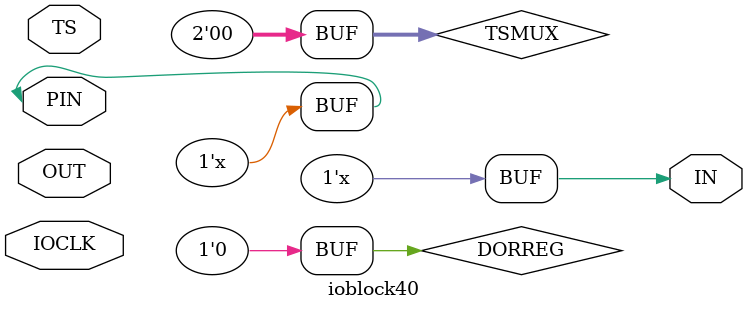
<source format=v>
module ioblock40(
	       inout  PIN,
	       input  TS,
	       input  OUT,
	       output IN,
	       input IOCLK
	       );
   
   reg 		     D;
   reg [2-1:0] 	     TSMUX;
   reg 		     DORREG;

   assign PIN = ( TSMUX == 2'b00 ) ? 1'bz : (( TSMUX == 2'b01 && TS == 1'b1 ) ? OUT : (( TSMUX == 2'b01 && TS == 1'b0 ) ? 1'bz : OUT));
   assign IN  = ( DORREG == 1'b0 ) ? PIN  : D;
   
   initial
     begin
	D=1'b0;
	TSMUX=2'b00;
	DORREG=1'b0;
     end
   
   always @(posedge IOCLK) D=PIN;
   
endmodule       

</source>
